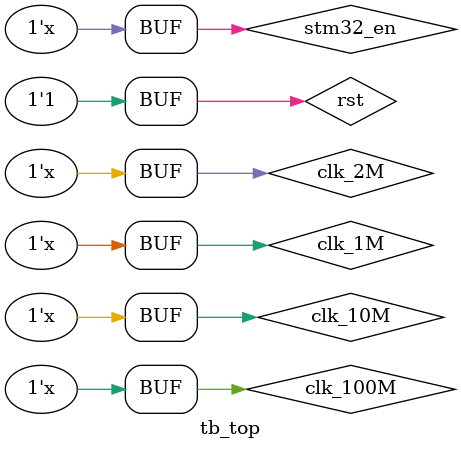
<source format=v>
`timescale 1ns / 1ns

module tb_top;
	reg clk_1M;
	reg clk_2M;
	reg clk_10M;
	reg clk_100M;
	reg rst;
	
	
    reg [31:0] drive_frequency;


wire [26:0] xk_re_v,xk_im_v,xk_re_i,xk_im_i;
wire [26:0] max_re_v; // 电压最大模值的实部
wire [26:0] max_im_v; // 电压最大模值的虚部
wire [9:0] max_idx_v; // 电压最大模值的索引
wire [26:0] max_re_i; // 电流最大模值的实部
wire [26:0] max_im_i; // 电流最大模值的虚部
wire [9:0] max_idx_i;  // 电流最大模值的索引
wire [31:0]  phase_v,phase_i;
wire signed[15:0] phase_fft;

GSR GSR(.GSRI(1'b1));
top insit_top(
	.clk_1M(clk_1M),
	.clk_2M(clk_2M),
	.clk_10M(clk_10M),
	.clk_100M(clk_100M),
	.rst(rst),
	
	
	.drive_frequency(drive_frequency)
	
	
		
);
initial begin
	clk_1M = 0;
	clk_2M = 0;
	clk_10M = 0;
	clk_100M = 0;
	rst = 0;
	
	#145;
	rst = 1;

end

always #500 clk_1M =~clk_1M;
always #250 clk_2M =~clk_2M;
always #50 clk_10M =~clk_10M;
always #5 clk_100M =~clk_100M;
always #500000 stm32_en =~stm32_en;   //每1us使能一次
endmodule

</source>
